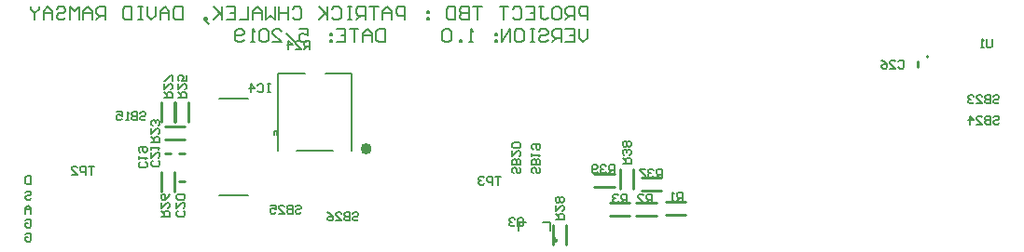
<source format=gbo>
G04*
G04 #@! TF.GenerationSoftware,Altium Limited,Altium Designer,19.1.5 (86)*
G04*
G04 Layer_Color=417716*
%FSLAX25Y25*%
%MOIN*%
G70*
G01*
G75*
%ADD11C,0.00984*%
%ADD13C,0.01000*%
%ADD14C,0.00787*%
%ADD15C,0.01575*%
%ADD16C,0.00600*%
%ADD125C,0.00500*%
D11*
X293972Y111063D02*
G03*
X293972Y111063I-492J0D01*
G01*
D13*
X422999Y173000D02*
Y175000D01*
X321362Y129457D02*
Y136543D01*
X316638Y129457D02*
Y136543D01*
X307457Y134862D02*
X314543D01*
X307457Y130138D02*
X314543D01*
X324257Y133362D02*
X331343D01*
X324257Y128638D02*
X331343D01*
X332957Y120138D02*
X340043D01*
X332957Y124862D02*
X340043D01*
X322457Y119638D02*
X329543D01*
X322457Y124362D02*
X329543D01*
X312957Y119638D02*
X320043D01*
X312957Y124362D02*
X320043D01*
X297362Y109457D02*
Y116543D01*
X292638Y109457D02*
Y116543D01*
X154000Y141999D02*
X156000D01*
X157362Y128457D02*
Y135543D01*
X152638Y128457D02*
Y135543D01*
X159000Y131999D02*
X161000D01*
X159000Y142001D02*
X161000D01*
X153957Y147138D02*
X161043D01*
X153957Y151862D02*
X161043D01*
X152638Y153457D02*
Y160543D01*
X157362Y153457D02*
Y160543D01*
X162362Y153457D02*
Y160543D01*
X157638Y153457D02*
Y160543D01*
D14*
X280252Y117559D02*
X282850D01*
X280252Y114350D02*
Y117559D01*
X289150D02*
X291748D01*
Y114350D02*
Y117559D01*
X201043Y143142D02*
X207500D01*
X213862D01*
X211201Y170858D02*
X220709D01*
X194291D02*
X203953D01*
X194291Y143142D02*
Y170858D01*
X220709Y143142D02*
Y170858D01*
X305000Y186723D02*
Y183574D01*
X303426Y182000D01*
X301851Y183574D01*
Y186723D01*
X297129D02*
X300277D01*
Y182000D01*
X297129D01*
X300277Y184361D02*
X298703D01*
X295554Y182000D02*
Y186723D01*
X293193D01*
X292406Y185936D01*
Y184361D01*
X293193Y183574D01*
X295554D01*
X293980D02*
X292406Y182000D01*
X287683Y185936D02*
X288470Y186723D01*
X290044D01*
X290831Y185936D01*
Y185149D01*
X290044Y184361D01*
X288470D01*
X287683Y183574D01*
Y182787D01*
X288470Y182000D01*
X290044D01*
X290831Y182787D01*
X286108Y186723D02*
X284534D01*
X285321D01*
Y182000D01*
X286108D01*
X284534D01*
X279811Y186723D02*
X281386D01*
X282173Y185936D01*
Y182787D01*
X281386Y182000D01*
X279811D01*
X279024Y182787D01*
Y185936D01*
X279811Y186723D01*
X277450Y182000D02*
Y186723D01*
X274301Y182000D01*
Y186723D01*
X272727Y185149D02*
X271940D01*
Y184361D01*
X272727D01*
Y185149D01*
Y182787D02*
X271940D01*
Y182000D01*
X272727D01*
Y182787D01*
X264068Y182000D02*
X262494D01*
X263281D01*
Y186723D01*
X264068Y185936D01*
X260133Y182000D02*
Y182787D01*
X259346D01*
Y182000D01*
X260133D01*
X256197Y185936D02*
X255410Y186723D01*
X253835D01*
X253048Y185936D01*
Y182787D01*
X253835Y182000D01*
X255410D01*
X256197Y182787D01*
Y185936D01*
X232582Y186723D02*
Y182000D01*
X230221D01*
X229434Y182787D01*
Y185936D01*
X230221Y186723D01*
X232582D01*
X227860Y182000D02*
Y185149D01*
X226285Y186723D01*
X224711Y185149D01*
Y182000D01*
Y184361D01*
X227860D01*
X223137Y186723D02*
X219988D01*
X221562D01*
Y182000D01*
X215265Y186723D02*
X218414D01*
Y182000D01*
X215265D01*
X218414Y184361D02*
X216840D01*
X213691Y185149D02*
X212904D01*
Y184361D01*
X213691D01*
Y185149D01*
Y182787D02*
X212904D01*
Y182000D01*
X213691D01*
Y182787D01*
X201884Y186723D02*
X205032D01*
Y184361D01*
X203458Y185149D01*
X202671D01*
X201884Y184361D01*
Y182787D01*
X202671Y182000D01*
X204245D01*
X205032Y182787D01*
X200309Y182000D02*
X197161Y185149D01*
X192438Y182000D02*
X195587D01*
X192438Y185149D01*
Y185936D01*
X193225Y186723D01*
X194799D01*
X195587Y185936D01*
X190864D02*
X190076Y186723D01*
X188502D01*
X187715Y185936D01*
Y182787D01*
X188502Y182000D01*
X190076D01*
X190864Y182787D01*
Y185936D01*
X186141Y182000D02*
X184566D01*
X185354D01*
Y186723D01*
X186141Y185936D01*
X182205Y182787D02*
X181418Y182000D01*
X179844D01*
X179057Y182787D01*
Y185936D01*
X179844Y186723D01*
X181418D01*
X182205Y185936D01*
Y185149D01*
X181418Y184361D01*
X179057D01*
X305000Y190000D02*
Y194723D01*
X302639D01*
X301851Y193936D01*
Y192361D01*
X302639Y191574D01*
X305000D01*
X300277Y190000D02*
Y194723D01*
X297916D01*
X297129Y193936D01*
Y192361D01*
X297916Y191574D01*
X300277D01*
X298703D02*
X297129Y190000D01*
X293193Y194723D02*
X294767D01*
X295554Y193936D01*
Y190787D01*
X294767Y190000D01*
X293193D01*
X292406Y190787D01*
Y193936D01*
X293193Y194723D01*
X287683D02*
X289257D01*
X288470D01*
Y190787D01*
X289257Y190000D01*
X290044D01*
X290831Y190787D01*
X282960Y194723D02*
X286108D01*
Y190000D01*
X282960D01*
X286108Y192361D02*
X284534D01*
X278237Y193936D02*
X279024Y194723D01*
X280598D01*
X281386Y193936D01*
Y190787D01*
X280598Y190000D01*
X279024D01*
X278237Y190787D01*
X276663Y194723D02*
X273514D01*
X275088D01*
Y190000D01*
X267217Y194723D02*
X264068D01*
X265643D01*
Y190000D01*
X262494Y194723D02*
Y190000D01*
X260133D01*
X259346Y190787D01*
Y191574D01*
X260133Y192361D01*
X262494D01*
X260133D01*
X259346Y193149D01*
Y193936D01*
X260133Y194723D01*
X262494D01*
X257771D02*
Y190000D01*
X255410D01*
X254623Y190787D01*
Y193936D01*
X255410Y194723D01*
X257771D01*
X248325Y193149D02*
X247538D01*
Y192361D01*
X248325D01*
Y193149D01*
Y190787D02*
X247538D01*
Y190000D01*
X248325D01*
Y190787D01*
X239667Y190000D02*
Y194723D01*
X237305D01*
X236518Y193936D01*
Y192361D01*
X237305Y191574D01*
X239667D01*
X234944Y190000D02*
Y193149D01*
X233370Y194723D01*
X231795Y193149D01*
Y190000D01*
Y192361D01*
X234944D01*
X230221Y194723D02*
X227073D01*
X228647D01*
Y190000D01*
X225498D02*
Y194723D01*
X223137D01*
X222350Y193936D01*
Y192361D01*
X223137Y191574D01*
X225498D01*
X223924D02*
X222350Y190000D01*
X220775Y194723D02*
X219201D01*
X219988D01*
Y190000D01*
X220775D01*
X219201D01*
X213691Y193936D02*
X214478Y194723D01*
X216052D01*
X216840Y193936D01*
Y190787D01*
X216052Y190000D01*
X214478D01*
X213691Y190787D01*
X212117Y194723D02*
Y190000D01*
Y191574D01*
X208968Y194723D01*
X211330Y192361D01*
X208968Y190000D01*
X199522Y193936D02*
X200309Y194723D01*
X201884D01*
X202671Y193936D01*
Y190787D01*
X201884Y190000D01*
X200309D01*
X199522Y190787D01*
X197948Y194723D02*
Y190000D01*
Y192361D01*
X194799D01*
Y194723D01*
Y190000D01*
X193225Y194723D02*
Y190000D01*
X191651Y191574D01*
X190077Y190000D01*
Y194723D01*
X188502Y190000D02*
Y193149D01*
X186928Y194723D01*
X185354Y193149D01*
Y190000D01*
Y192361D01*
X188502D01*
X183779Y194723D02*
Y190000D01*
X180631D01*
X175908Y194723D02*
X179057D01*
Y190000D01*
X175908D01*
X179057Y192361D02*
X177482D01*
X174334Y194723D02*
Y190000D01*
Y191574D01*
X171185Y194723D01*
X173547Y192361D01*
X171185Y190000D01*
X168824Y189213D02*
X168036Y190000D01*
Y190787D01*
X168824D01*
Y190000D01*
X168036D01*
X168824Y189213D01*
X169611Y188426D01*
X160165Y194723D02*
Y190000D01*
X157804D01*
X157016Y190787D01*
Y193936D01*
X157804Y194723D01*
X160165D01*
X155442Y190000D02*
Y193149D01*
X153868Y194723D01*
X152294Y193149D01*
Y190000D01*
Y192361D01*
X155442D01*
X150719Y194723D02*
Y191574D01*
X149145Y190000D01*
X147571Y191574D01*
Y194723D01*
X145996D02*
X144422D01*
X145209D01*
Y190000D01*
X145996D01*
X144422D01*
X142061Y194723D02*
Y190000D01*
X139699D01*
X138912Y190787D01*
Y193936D01*
X139699Y194723D01*
X142061D01*
X132615Y190000D02*
Y194723D01*
X130253D01*
X129466Y193936D01*
Y192361D01*
X130253Y191574D01*
X132615D01*
X131041D02*
X129466Y190000D01*
X127892D02*
Y193149D01*
X126318Y194723D01*
X124743Y193149D01*
Y190000D01*
Y192361D01*
X127892D01*
X123169Y190000D02*
Y194723D01*
X121595Y193149D01*
X120020Y194723D01*
Y190000D01*
X115298Y193936D02*
X116085Y194723D01*
X117659D01*
X118446Y193936D01*
Y193149D01*
X117659Y192361D01*
X116085D01*
X115298Y191574D01*
Y190787D01*
X116085Y190000D01*
X117659D01*
X118446Y190787D01*
X113723Y190000D02*
Y193149D01*
X112149Y194723D01*
X110575Y193149D01*
Y190000D01*
Y192361D01*
X113723D01*
X109001Y194723D02*
Y193936D01*
X107426Y192361D01*
X105852Y193936D01*
Y194723D01*
X107426Y192361D02*
Y190000D01*
D15*
X227025Y143795D02*
G03*
X227025Y143795I-1178J0D01*
G01*
D16*
X173400Y161700D02*
X183600D01*
X179700Y127300D02*
X183600D01*
X177300D02*
X179700D01*
X173400D02*
X177300D01*
X194100Y148700D02*
Y150300D01*
X193100D02*
X194100D01*
X193100Y148700D02*
Y150300D01*
X200501Y122999D02*
X201000Y123499D01*
X202000D01*
X202500Y122999D01*
Y122499D01*
X202000Y122000D01*
X201000D01*
X200501Y121500D01*
Y121000D01*
X201000Y120500D01*
X202000D01*
X202500Y121000D01*
X199501Y123499D02*
Y120500D01*
X198001D01*
X197502Y121000D01*
Y121500D01*
X198001Y122000D01*
X199501D01*
X198001D01*
X197502Y122499D01*
Y122999D01*
X198001Y123499D01*
X199501D01*
X194503Y120500D02*
X196502D01*
X194503Y122499D01*
Y122999D01*
X195002Y123499D01*
X196002D01*
X196502Y122999D01*
X191504Y123499D02*
X193503D01*
Y122000D01*
X192503Y122499D01*
X192003D01*
X191504Y122000D01*
Y121000D01*
X192003Y120500D01*
X193003D01*
X193503Y121000D01*
X221001Y120499D02*
X221500Y120999D01*
X222500D01*
X223000Y120499D01*
Y119999D01*
X222500Y119500D01*
X221500D01*
X221001Y119000D01*
Y118500D01*
X221500Y118000D01*
X222500D01*
X223000Y118500D01*
X220001Y120999D02*
Y118000D01*
X218501D01*
X218002Y118500D01*
Y119000D01*
X218501Y119500D01*
X220001D01*
X218501D01*
X218002Y119999D01*
Y120499D01*
X218501Y120999D01*
X220001D01*
X215003Y118000D02*
X217002D01*
X215003Y119999D01*
Y120499D01*
X215502Y120999D01*
X216502D01*
X217002Y120499D01*
X212004Y120999D02*
X213003Y120499D01*
X214003Y119500D01*
Y118500D01*
X213503Y118000D01*
X212503D01*
X212004Y118500D01*
Y119000D01*
X212503Y119500D01*
X214003D01*
X106000Y120500D02*
Y122499D01*
X105000Y123499D01*
X104001Y122499D01*
Y120500D01*
Y122000D01*
X106000D01*
Y133999D02*
Y131000D01*
X104500D01*
X104001Y131500D01*
Y133499D01*
X104500Y133999D01*
X106000D01*
X104001Y127999D02*
X104500Y128499D01*
X105500D01*
X106000Y127999D01*
Y127499D01*
X105500Y126999D01*
X104500D01*
X104001Y126500D01*
Y126000D01*
X104500Y125500D01*
X105500D01*
X106000Y126000D01*
X104001Y117999D02*
X104500Y118499D01*
X105500D01*
X106000Y117999D01*
Y116000D01*
X105500Y115500D01*
X104500D01*
X104001Y116000D01*
Y116999D01*
X105000D01*
X104001Y112999D02*
X104500Y113499D01*
X105500D01*
X106000Y112999D01*
Y111000D01*
X105500Y110500D01*
X104500D01*
X104001Y111000D01*
Y111999D01*
X105000D01*
X205500Y179500D02*
Y182499D01*
X204000D01*
X203501Y181999D01*
Y181000D01*
X204000Y180500D01*
X205500D01*
X204500D02*
X203501Y179500D01*
X200502D02*
X202501D01*
X200502Y181499D01*
Y181999D01*
X201001Y182499D01*
X202001D01*
X202501Y181999D01*
X198002Y179500D02*
Y182499D01*
X199502Y181000D01*
X197503D01*
X449500Y182999D02*
Y180500D01*
X449000Y180000D01*
X448000D01*
X447501Y180500D01*
Y182999D01*
X446501Y180000D02*
X445501D01*
X446001D01*
Y182999D01*
X446501Y182499D01*
X274100Y133899D02*
X272101D01*
X273100D01*
Y130900D01*
X271101D02*
Y133899D01*
X269601D01*
X269102Y133399D01*
Y132399D01*
X269601Y131900D01*
X271101D01*
X268102Y133399D02*
X267602Y133899D01*
X266602D01*
X266103Y133399D01*
Y132899D01*
X266602Y132399D01*
X267102D01*
X266602D01*
X266103Y131900D01*
Y131400D01*
X266602Y130900D01*
X267602D01*
X268102Y131400D01*
X128500Y137499D02*
X126501D01*
X127500D01*
Y134500D01*
X125501D02*
Y137499D01*
X124001D01*
X123502Y136999D01*
Y136000D01*
X124001Y135500D01*
X125501D01*
X120503Y134500D02*
X122502D01*
X120503Y136499D01*
Y136999D01*
X121002Y137499D01*
X122002D01*
X122502Y136999D01*
X450001Y154999D02*
X450500Y155499D01*
X451500D01*
X452000Y154999D01*
Y154499D01*
X451500Y153999D01*
X450500D01*
X450001Y153500D01*
Y153000D01*
X450500Y152500D01*
X451500D01*
X452000Y153000D01*
X449001Y155499D02*
Y152500D01*
X447502D01*
X447002Y153000D01*
Y153500D01*
X447502Y153999D01*
X449001D01*
X447502D01*
X447002Y154499D01*
Y154999D01*
X447502Y155499D01*
X449001D01*
X444003Y152500D02*
X446002D01*
X444003Y154499D01*
Y154999D01*
X444502Y155499D01*
X445502D01*
X446002Y154999D01*
X441503Y152500D02*
Y155499D01*
X443003Y153999D01*
X441004D01*
X450001Y162499D02*
X450500Y162999D01*
X451500D01*
X452000Y162499D01*
Y161999D01*
X451500Y161500D01*
X450500D01*
X450001Y161000D01*
Y160500D01*
X450500Y160000D01*
X451500D01*
X452000Y160500D01*
X449001Y162999D02*
Y160000D01*
X447502D01*
X447002Y160500D01*
Y161000D01*
X447502Y161500D01*
X449001D01*
X447502D01*
X447002Y161999D01*
Y162499D01*
X447502Y162999D01*
X449001D01*
X444003Y160000D02*
X446002D01*
X444003Y161999D01*
Y162499D01*
X444502Y162999D01*
X445502D01*
X446002Y162499D01*
X443003D02*
X442503Y162999D01*
X441503D01*
X441004Y162499D01*
Y161999D01*
X441503Y161500D01*
X442003D01*
X441503D01*
X441004Y161000D01*
Y160500D01*
X441503Y160000D01*
X442503D01*
X443003Y160500D01*
X280499Y136999D02*
X280999Y136500D01*
Y135500D01*
X280499Y135000D01*
X279999D01*
X279500Y135500D01*
Y136500D01*
X279000Y136999D01*
X278500D01*
X278000Y136500D01*
Y135500D01*
X278500Y135000D01*
X280999Y137999D02*
X278000D01*
Y139499D01*
X278500Y139998D01*
X279000D01*
X279500Y139499D01*
Y137999D01*
Y139499D01*
X279999Y139998D01*
X280499D01*
X280999Y139499D01*
Y137999D01*
X278000Y142997D02*
Y140998D01*
X279999Y142997D01*
X280499D01*
X280999Y142498D01*
Y141498D01*
X280499Y140998D01*
Y143997D02*
X280999Y144497D01*
Y145497D01*
X280499Y145996D01*
X278500D01*
X278000Y145497D01*
Y144497D01*
X278500Y143997D01*
X280499D01*
X287499Y136999D02*
X287999Y136500D01*
Y135500D01*
X287499Y135000D01*
X286999D01*
X286500Y135500D01*
Y136500D01*
X286000Y136999D01*
X285500D01*
X285000Y136500D01*
Y135500D01*
X285500Y135000D01*
X287999Y137999D02*
X285000D01*
Y139499D01*
X285500Y139998D01*
X286000D01*
X286500Y139499D01*
Y137999D01*
Y139499D01*
X286999Y139998D01*
X287499D01*
X287999Y139499D01*
Y137999D01*
X285000Y140998D02*
Y141998D01*
Y141498D01*
X287999D01*
X287499Y140998D01*
X285500Y143497D02*
X285000Y143997D01*
Y144997D01*
X285500Y145497D01*
X287499D01*
X287999Y144997D01*
Y143997D01*
X287499Y143497D01*
X286999D01*
X286500Y143997D01*
Y145497D01*
X145001Y156499D02*
X145501Y156999D01*
X146500D01*
X147000Y156499D01*
Y155999D01*
X146500Y155499D01*
X145501D01*
X145001Y155000D01*
Y154500D01*
X145501Y154000D01*
X146500D01*
X147000Y154500D01*
X144001Y156999D02*
Y154000D01*
X142501D01*
X142002Y154500D01*
Y155000D01*
X142501Y155499D01*
X144001D01*
X142501D01*
X142002Y155999D01*
Y156499D01*
X142501Y156999D01*
X144001D01*
X141002Y154000D02*
X140002D01*
X140502D01*
Y156999D01*
X141002Y156499D01*
X136503Y156999D02*
X138503D01*
Y155499D01*
X137503Y155999D01*
X137003D01*
X136503Y155499D01*
Y154500D01*
X137003Y154000D01*
X138003D01*
X138503Y154500D01*
X314500Y135000D02*
Y137999D01*
X313000D01*
X312501Y137499D01*
Y136500D01*
X313000Y136000D01*
X314500D01*
X313500D02*
X312501Y135000D01*
X311501Y137499D02*
X311001Y137999D01*
X310001D01*
X309502Y137499D01*
Y136999D01*
X310001Y136500D01*
X310501D01*
X310001D01*
X309502Y136000D01*
Y135500D01*
X310001Y135000D01*
X311001D01*
X311501Y135500D01*
X308502D02*
X308002Y135000D01*
X307002D01*
X306503Y135500D01*
Y137499D01*
X307002Y137999D01*
X308002D01*
X308502Y137499D01*
Y136999D01*
X308002Y136500D01*
X306503D01*
X317500Y138500D02*
X320499D01*
Y139999D01*
X319999Y140499D01*
X319000D01*
X318500Y139999D01*
Y138500D01*
Y139500D02*
X317500Y140499D01*
X319999Y141499D02*
X320499Y141999D01*
Y142999D01*
X319999Y143498D01*
X319499D01*
X319000Y142999D01*
Y142499D01*
Y142999D01*
X318500Y143498D01*
X318000D01*
X317500Y142999D01*
Y141999D01*
X318000Y141499D01*
X319999Y144498D02*
X320499Y144998D01*
Y145998D01*
X319999Y146497D01*
X319499D01*
X319000Y145998D01*
X318500Y146497D01*
X318000D01*
X317500Y145998D01*
Y144998D01*
X318000Y144498D01*
X318500D01*
X319000Y144998D01*
X319499Y144498D01*
X319999D01*
X319000Y144998D02*
Y145998D01*
X331500Y133500D02*
Y136499D01*
X330000D01*
X329501Y135999D01*
Y135000D01*
X330000Y134500D01*
X331500D01*
X330500D02*
X329501Y133500D01*
X328501Y135999D02*
X328001Y136499D01*
X327002D01*
X326502Y135999D01*
Y135499D01*
X327002Y135000D01*
X327501D01*
X327002D01*
X326502Y134500D01*
Y134000D01*
X327002Y133500D01*
X328001D01*
X328501Y134000D01*
X325502Y136499D02*
X323503D01*
Y135999D01*
X325502Y134000D01*
Y133500D01*
X293500Y118500D02*
X296499D01*
Y120000D01*
X295999Y120499D01*
X295000D01*
X294500Y120000D01*
Y118500D01*
Y119500D02*
X293500Y120499D01*
Y123498D02*
Y121499D01*
X295499Y123498D01*
X295999D01*
X296499Y122999D01*
Y121999D01*
X295999Y121499D01*
Y124498D02*
X296499Y124998D01*
Y125998D01*
X295999Y126497D01*
X295499D01*
X295000Y125998D01*
X294500Y126497D01*
X294000D01*
X293500Y125998D01*
Y124998D01*
X294000Y124498D01*
X294500D01*
X295000Y124998D01*
X295499Y124498D01*
X295999D01*
X295000Y124998D02*
Y125998D01*
X153500Y162000D02*
X156499D01*
Y163499D01*
X155999Y163999D01*
X154999D01*
X154500Y163499D01*
Y162000D01*
Y163000D02*
X153500Y163999D01*
Y166998D02*
Y164999D01*
X155499Y166998D01*
X155999D01*
X156499Y166499D01*
Y165499D01*
X155999Y164999D01*
X156499Y167998D02*
Y169997D01*
X155999D01*
X154000Y167998D01*
X153500D01*
X152500Y119500D02*
X155499D01*
Y121000D01*
X154999Y121499D01*
X153999D01*
X153500Y121000D01*
Y119500D01*
Y120500D02*
X152500Y121499D01*
Y124498D02*
Y122499D01*
X154499Y124498D01*
X154999D01*
X155499Y123999D01*
Y122999D01*
X154999Y122499D01*
X155499Y127497D02*
X154999Y126498D01*
X153999Y125498D01*
X153000D01*
X152500Y125998D01*
Y126998D01*
X153000Y127497D01*
X153500D01*
X153999Y126998D01*
Y125498D01*
X158500Y162000D02*
X161499D01*
Y163499D01*
X160999Y163999D01*
X160000D01*
X159500Y163499D01*
Y162000D01*
Y163000D02*
X158500Y163999D01*
Y166998D02*
Y164999D01*
X160499Y166998D01*
X160999D01*
X161499Y166499D01*
Y165499D01*
X160999Y164999D01*
X161499Y169997D02*
Y167998D01*
X160000D01*
X160499Y168998D01*
Y169498D01*
X160000Y169997D01*
X159000D01*
X158500Y169498D01*
Y168498D01*
X159000Y167998D01*
X149000Y146000D02*
X151999D01*
Y147500D01*
X151499Y147999D01*
X150499D01*
X150000Y147500D01*
Y146000D01*
Y147000D02*
X149000Y147999D01*
Y150998D02*
Y148999D01*
X150999Y150998D01*
X151499D01*
X151999Y150499D01*
Y149499D01*
X151499Y148999D01*
Y151998D02*
X151999Y152498D01*
Y153498D01*
X151499Y153997D01*
X150999D01*
X150499Y153498D01*
Y152998D01*
Y153498D01*
X150000Y153997D01*
X149500D01*
X149000Y153498D01*
Y152498D01*
X149500Y151998D01*
X319000Y124500D02*
Y127499D01*
X317500D01*
X317001Y126999D01*
Y125999D01*
X317500Y125500D01*
X319000D01*
X318000D02*
X317001Y124500D01*
X316001Y126999D02*
X315501Y127499D01*
X314502D01*
X314002Y126999D01*
Y126499D01*
X314502Y125999D01*
X315001D01*
X314502D01*
X314002Y125500D01*
Y125000D01*
X314502Y124500D01*
X315501D01*
X316001Y125000D01*
X328000Y124500D02*
Y127499D01*
X326501D01*
X326001Y126999D01*
Y125999D01*
X326501Y125500D01*
X328000D01*
X327000D02*
X326001Y124500D01*
X323002D02*
X325001D01*
X323002Y126499D01*
Y126999D01*
X323501Y127499D01*
X324501D01*
X325001Y126999D01*
X338859Y125141D02*
Y128140D01*
X337359D01*
X336859Y127640D01*
Y126641D01*
X337359Y126141D01*
X338859D01*
X337859D02*
X336859Y125141D01*
X335860D02*
X334860D01*
X335360D01*
Y128140D01*
X335860Y127640D01*
X280001Y116500D02*
Y118499D01*
X280501Y118999D01*
X281500D01*
X282000Y118499D01*
Y116500D01*
X281500Y116000D01*
X280501D01*
X281000Y117000D02*
X280001Y116000D01*
X280501D02*
X280001Y116500D01*
X279001Y118499D02*
X278501Y118999D01*
X277502D01*
X277002Y118499D01*
Y117999D01*
X277502Y117499D01*
X278001D01*
X277502D01*
X277002Y117000D01*
Y116500D01*
X277502Y116000D01*
X278501D01*
X279001Y116500D01*
X191500Y166999D02*
X190500D01*
X191000D01*
Y164000D01*
X191500D01*
X190500D01*
X187002Y166499D02*
X187501Y166999D01*
X188501D01*
X189001Y166499D01*
Y164500D01*
X188501Y164000D01*
X187501D01*
X187002Y164500D01*
X184502Y164000D02*
Y166999D01*
X186002Y165499D01*
X184002D01*
X416001Y174999D02*
X416501Y175499D01*
X417500D01*
X418000Y174999D01*
Y173000D01*
X417500Y172500D01*
X416501D01*
X416001Y173000D01*
X413002Y172500D02*
X415001D01*
X413002Y174499D01*
Y174999D01*
X413502Y175499D01*
X414501D01*
X415001Y174999D01*
X410003Y175499D02*
X411002Y174999D01*
X412002Y174000D01*
Y173000D01*
X411502Y172500D01*
X410502D01*
X410003Y173000D01*
Y173500D01*
X410502Y174000D01*
X412002D01*
X151499Y139499D02*
X151999Y138999D01*
Y138000D01*
X151499Y137500D01*
X149500D01*
X149000Y138000D01*
Y138999D01*
X149500Y139499D01*
X149000Y142498D02*
Y140499D01*
X150999Y142498D01*
X151499D01*
X151999Y141999D01*
Y140999D01*
X151499Y140499D01*
X149000Y143498D02*
Y144498D01*
Y143998D01*
X151999D01*
X151499Y143498D01*
X160499Y121499D02*
X160999Y121000D01*
Y120000D01*
X160499Y119500D01*
X158500D01*
X158000Y120000D01*
Y121000D01*
X158500Y121499D01*
X158000Y124498D02*
Y122499D01*
X159999Y124498D01*
X160499D01*
X160999Y123999D01*
Y122999D01*
X160499Y122499D01*
Y125498D02*
X160999Y125998D01*
Y126998D01*
X160499Y127497D01*
X158500D01*
X158000Y126998D01*
Y125998D01*
X158500Y125498D01*
X160499D01*
X146999Y138999D02*
X147499Y138499D01*
Y137500D01*
X146999Y137000D01*
X145000D01*
X144500Y137500D01*
Y138499D01*
X145000Y138999D01*
X144500Y139999D02*
Y140999D01*
Y140499D01*
X147499D01*
X146999Y139999D01*
X145000Y142498D02*
X144500Y142998D01*
Y143998D01*
X145000Y144498D01*
X146999D01*
X147499Y143998D01*
Y142998D01*
X146999Y142498D01*
X146499D01*
X146000Y142998D01*
Y144498D01*
D125*
X426916Y176854D02*
G03*
X426916Y176854I-428J0D01*
G01*
M02*

</source>
